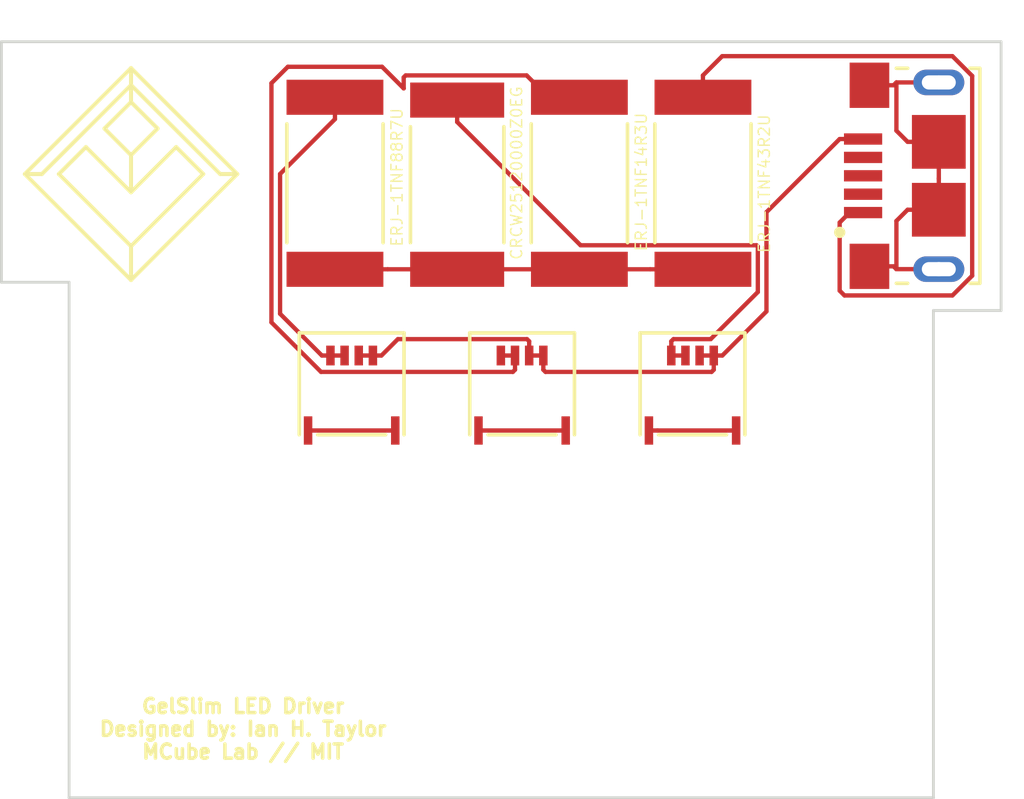
<source format=kicad_pcb>
(kicad_pcb (version 20171130) (host pcbnew "(5.1.5)-3")

  (general
    (thickness 1.6)
    (drawings 30)
    (tracks 85)
    (zones 0)
    (modules 8)
    (nets 14)
  )

  (page A4)
  (layers
    (0 Top signal)
    (31 Bottom signal)
    (34 B.Paste user)
    (35 F.Paste user)
    (36 B.SilkS user)
    (37 F.SilkS user)
    (38 B.Mask user)
    (39 F.Mask user)
    (40 Dwgs.User user)
    (41 Cmts.User user)
    (42 Eco1.User user)
    (43 Eco2.User user)
    (44 Edge.Cuts user)
    (45 Margin user)
    (46 B.CrtYd user)
    (47 F.CrtYd user)
  )

  (setup
    (last_trace_width 0.1524)
    (trace_clearance 0.1524)
    (zone_clearance 0.508)
    (zone_45_only no)
    (trace_min 0.1524)
    (via_size 0.508)
    (via_drill 0.254)
    (via_min_size 0.508)
    (via_min_drill 0.254)
    (uvia_size 0.508)
    (uvia_drill 0.254)
    (uvias_allowed no)
    (uvia_min_size 0.2)
    (uvia_min_drill 0.1)
    (edge_width 0.15)
    (segment_width 0.2)
    (pcb_text_width 0.3)
    (pcb_text_size 1.5 1.5)
    (mod_edge_width 0.15)
    (mod_text_size 1 1)
    (mod_text_width 0.15)
    (pad_size 0.3 1.3)
    (pad_drill 0)
    (pad_to_mask_clearance 0.0508)
    (aux_axis_origin 0 0)
    (visible_elements 7FFFFFFF)
    (pcbplotparams
      (layerselection 0x010fc_ffffffff)
      (usegerberextensions true)
      (usegerberattributes false)
      (usegerberadvancedattributes false)
      (creategerberjobfile false)
      (excludeedgelayer true)
      (linewidth 0.100000)
      (plotframeref false)
      (viasonmask false)
      (mode 1)
      (useauxorigin false)
      (hpglpennumber 1)
      (hpglpenspeed 20)
      (hpglpendiameter 15.000000)
      (psnegative false)
      (psa4output false)
      (plotreference true)
      (plotvalue true)
      (plotinvisibletext false)
      (padsonsilk false)
      (subtractmaskfromsilk false)
      (outputformat 1)
      (mirror false)
      (drillshape 0)
      (scaleselection 1)
      (outputdirectory ""))
  )

  (net 0 "")
  (net 1 "Net-(R1-Pad2)")
  (net 2 "Net-(J3-Pad2)")
  (net 3 "Net-(J3-Pad1)")
  (net 4 "Net-(J3-Pad4)")
  (net 5 "Net-(J3-Pad3)")
  (net 6 "Net-(J3-Pad5)")
  (net 7 "Net-(J4-Pad1)")
  (net 8 "Net-(J5-Pad1)")
  (net 9 "Net-(J6-Pad1)")
  (net 10 "Net-(J4-PadS1)")
  (net 11 "Net-(J5-PadS1)")
  (net 12 "Net-(J6-PadS1)")
  (net 13 "Net-(J3-PadS1)")

  (net_class Default "This is the default net class."
    (clearance 0.1524)
    (trace_width 0.1524)
    (via_dia 0.508)
    (via_drill 0.254)
    (uvia_dia 0.508)
    (uvia_drill 0.254)
    (diff_pair_width 0.1524)
    (diff_pair_gap 0.1524)
    (add_net "Net-(J3-Pad1)")
    (add_net "Net-(J3-Pad2)")
    (add_net "Net-(J3-Pad3)")
    (add_net "Net-(J3-Pad4)")
    (add_net "Net-(J3-Pad5)")
    (add_net "Net-(J3-PadS1)")
    (add_net "Net-(J4-Pad1)")
    (add_net "Net-(J4-PadS1)")
    (add_net "Net-(J5-Pad1)")
    (add_net "Net-(J5-PadS1)")
    (add_net "Net-(J6-Pad1)")
    (add_net "Net-(J6-PadS1)")
    (add_net "Net-(R1-Pad2)")
  )

  (module 503480-0400:MOLEX_503480-0400 (layer Top) (tedit 5E175117) (tstamp 5E165E48)
    (at 144.7165 92.4306)
    (path /5E14C5F8)
    (fp_text reference " " (at -0.636298 -3.315553) (layer F.SilkS)
      (effects (font (size 0.48098 0.48098) (thickness 0.015)))
    )
    (fp_text value RED (at 3.026315 2.536325) (layer F.Fab)
      (effects (font (size 0.480591 0.480591) (thickness 0.015)))
    )
    (fp_line (start 1.15 2.025) (end 2.1 2.025) (layer F.CrtYd) (width 0.05))
    (fp_line (start 1.15 1.725) (end 1.15 2.025) (layer F.CrtYd) (width 0.05))
    (fp_line (start -1.15 1.725) (end 1.15 1.725) (layer F.CrtYd) (width 0.05))
    (fp_line (start -1.15 2.025) (end -1.15 1.725) (layer F.CrtYd) (width 0.05))
    (fp_line (start -2.1 2.025) (end -1.15 2.025) (layer F.CrtYd) (width 0.05))
    (fp_line (start 2.1 -2.375) (end -2.1 -2.375) (layer F.CrtYd) (width 0.05))
    (fp_line (start 2.1 2.025) (end 2.1 -2.375) (layer F.CrtYd) (width 0.05))
    (fp_line (start -2.1 -2.375) (end -2.1 2.025) (layer F.CrtYd) (width 0.05))
    (fp_line (start -1.2 1.475) (end 1.2 1.475) (layer F.SilkS) (width 0.127))
    (fp_line (start 1.85 -2.125) (end 1.85 1.475) (layer F.SilkS) (width 0.127))
    (fp_line (start -1.85 -2.125) (end 1.85 -2.125) (layer F.SilkS) (width 0.127))
    (fp_line (start -1.85 1.475) (end -1.85 -2.125) (layer F.SilkS) (width 0.127))
    (fp_line (start 1.85 -2.125) (end -1.85 -2.125) (layer F.Fab) (width 0.127))
    (fp_line (start 1.85 1.475) (end 1.85 -2.125) (layer F.Fab) (width 0.127))
    (fp_line (start -1.85 1.475) (end 1.85 1.475) (layer F.Fab) (width 0.127))
    (fp_line (start -1.85 -2.125) (end -1.85 1.475) (layer F.Fab) (width 0.127))
    (pad S2 smd rect (at 1.54 1.325) (size 0.3 1) (layers Top F.Paste F.Mask)
      (net 10 "Net-(J4-PadS1)"))
    (pad S1 smd rect (at -1.54 1.325) (size 0.3 1) (layers Top F.Paste F.Mask)
      (net 10 "Net-(J4-PadS1)"))
    (pad 4 smd rect (at 0.75 -1.325) (size 0.3 0.7) (layers Top F.Paste F.Mask)
      (net 6 "Net-(J3-Pad5)"))
    (pad 3 smd rect (at 0.25 -1.325) (size 0.3 0.7) (layers Top F.Paste F.Mask)
      (net 6 "Net-(J3-Pad5)"))
    (pad 2 smd rect (at -0.25 -1.325) (size 0.3 0.7) (layers Top F.Paste F.Mask)
      (net 7 "Net-(J4-Pad1)"))
    (pad 1 smd rect (at -0.75 -1.325) (size 0.3 0.7) (layers Top F.Paste F.Mask)
      (net 7 "Net-(J4-Pad1)"))
  )

  (module 503480-0400:MOLEX_503480-0400 (layer Top) (tedit 5E175141) (tstamp 5E165E7E)
    (at 150.7363 92.4306)
    (path /5E14F1ED)
    (fp_text reference " " (at -0.636298 -3.315553) (layer F.SilkS)
      (effects (font (size 0.48098 0.48098) (thickness 0.015)))
    )
    (fp_text value GREEN (at 3.026315 2.536325) (layer F.Fab)
      (effects (font (size 0.480591 0.480591) (thickness 0.015)))
    )
    (fp_line (start 1.15 2.025) (end 2.1 2.025) (layer F.CrtYd) (width 0.05))
    (fp_line (start 1.15 1.725) (end 1.15 2.025) (layer F.CrtYd) (width 0.05))
    (fp_line (start -1.15 1.725) (end 1.15 1.725) (layer F.CrtYd) (width 0.05))
    (fp_line (start -1.15 2.025) (end -1.15 1.725) (layer F.CrtYd) (width 0.05))
    (fp_line (start -2.1 2.025) (end -1.15 2.025) (layer F.CrtYd) (width 0.05))
    (fp_line (start 2.1 -2.375) (end -2.1 -2.375) (layer F.CrtYd) (width 0.05))
    (fp_line (start 2.1 2.025) (end 2.1 -2.375) (layer F.CrtYd) (width 0.05))
    (fp_line (start -2.1 -2.375) (end -2.1 2.025) (layer F.CrtYd) (width 0.05))
    (fp_line (start -1.2 1.475) (end 1.2 1.475) (layer F.SilkS) (width 0.127))
    (fp_line (start 1.85 -2.125) (end 1.85 1.475) (layer F.SilkS) (width 0.127))
    (fp_line (start -1.85 -2.125) (end 1.85 -2.125) (layer F.SilkS) (width 0.127))
    (fp_line (start -1.85 1.475) (end -1.85 -2.125) (layer F.SilkS) (width 0.127))
    (fp_line (start 1.85 -2.125) (end -1.85 -2.125) (layer F.Fab) (width 0.127))
    (fp_line (start 1.85 1.475) (end 1.85 -2.125) (layer F.Fab) (width 0.127))
    (fp_line (start -1.85 1.475) (end 1.85 1.475) (layer F.Fab) (width 0.127))
    (fp_line (start -1.85 -2.125) (end -1.85 1.475) (layer F.Fab) (width 0.127))
    (pad S2 smd rect (at 1.54 1.325) (size 0.3 1) (layers Top F.Paste F.Mask)
      (net 12 "Net-(J6-PadS1)"))
    (pad S1 smd rect (at -1.54 1.325) (size 0.3 1) (layers Top F.Paste F.Mask)
      (net 12 "Net-(J6-PadS1)"))
    (pad 4 smd rect (at 0.75 -1.325) (size 0.3 0.7) (layers Top F.Paste F.Mask)
      (net 6 "Net-(J3-Pad5)"))
    (pad 3 smd rect (at 0.25 -1.325) (size 0.3 0.7) (layers Top F.Paste F.Mask)
      (net 6 "Net-(J3-Pad5)"))
    (pad 2 smd rect (at -0.25 -1.325) (size 0.3 0.7) (layers Top F.Paste F.Mask)
      (net 9 "Net-(J6-Pad1)"))
    (pad 1 smd rect (at -0.75 -1.325) (size 0.3 0.7) (layers Top F.Paste F.Mask)
      (net 9 "Net-(J6-Pad1)"))
  )

  (module 503480-0400:MOLEX_503480-0400 (layer Top) (tedit 5E175132) (tstamp 5E165E63)
    (at 156.7561 92.4306)
    (path /5E14FBE8)
    (fp_text reference " " (at -0.636298 -3.315553) (layer F.SilkS)
      (effects (font (size 0.48098 0.48098) (thickness 0.015)))
    )
    (fp_text value BLUE (at 3.026315 2.536325) (layer F.Fab)
      (effects (font (size 0.480591 0.480591) (thickness 0.015)))
    )
    (fp_line (start 1.15 2.025) (end 2.1 2.025) (layer F.CrtYd) (width 0.05))
    (fp_line (start 1.15 1.725) (end 1.15 2.025) (layer F.CrtYd) (width 0.05))
    (fp_line (start -1.15 1.725) (end 1.15 1.725) (layer F.CrtYd) (width 0.05))
    (fp_line (start -1.15 2.025) (end -1.15 1.725) (layer F.CrtYd) (width 0.05))
    (fp_line (start -2.1 2.025) (end -1.15 2.025) (layer F.CrtYd) (width 0.05))
    (fp_line (start 2.1 -2.375) (end -2.1 -2.375) (layer F.CrtYd) (width 0.05))
    (fp_line (start 2.1 2.025) (end 2.1 -2.375) (layer F.CrtYd) (width 0.05))
    (fp_line (start -2.1 -2.375) (end -2.1 2.025) (layer F.CrtYd) (width 0.05))
    (fp_line (start -1.2 1.475) (end 1.2 1.475) (layer F.SilkS) (width 0.127))
    (fp_line (start 1.85 -2.125) (end 1.85 1.475) (layer F.SilkS) (width 0.127))
    (fp_line (start -1.85 -2.125) (end 1.85 -2.125) (layer F.SilkS) (width 0.127))
    (fp_line (start -1.85 1.475) (end -1.85 -2.125) (layer F.SilkS) (width 0.127))
    (fp_line (start 1.85 -2.125) (end -1.85 -2.125) (layer F.Fab) (width 0.127))
    (fp_line (start 1.85 1.475) (end 1.85 -2.125) (layer F.Fab) (width 0.127))
    (fp_line (start -1.85 1.475) (end 1.85 1.475) (layer F.Fab) (width 0.127))
    (fp_line (start -1.85 -2.125) (end -1.85 1.475) (layer F.Fab) (width 0.127))
    (pad S2 smd rect (at 1.54 1.325) (size 0.3 1) (layers Top F.Paste F.Mask)
      (net 11 "Net-(J5-PadS1)"))
    (pad S1 smd rect (at -1.54 1.325) (size 0.3 1) (layers Top F.Paste F.Mask)
      (net 11 "Net-(J5-PadS1)"))
    (pad 4 smd rect (at 0.75 -1.325) (size 0.3 0.7) (layers Top F.Paste F.Mask)
      (net 6 "Net-(J3-Pad5)"))
    (pad 3 smd rect (at 0.25 -1.325) (size 0.3 0.7) (layers Top F.Paste F.Mask)
      (net 6 "Net-(J3-Pad5)"))
    (pad 2 smd rect (at -0.25 -1.325) (size 0.3 0.7) (layers Top F.Paste F.Mask)
      (net 8 "Net-(J5-Pad1)"))
    (pad 1 smd rect (at -0.75 -1.325) (size 0.3 0.7) (layers Top F.Paste F.Mask)
      (net 8 "Net-(J5-Pad1)"))
  )

  (module FCI_10118193-0001LF locked (layer Top) (tedit 5E163EAA) (tstamp 5E165E2D)
    (at 165.4556 84.7536 90)
    (path /5E16909D)
    (fp_text reference " " (at -0.67941 -4.48892 90) (layer F.SilkS)
      (effects (font (size 1 1) (thickness 0.015)))
    )
    (fp_text value 10118193-0001LF (at 8.17892 3.76872 90) (layer F.Fab)
      (effects (font (size 1 1) (thickness 0.015)))
    )
    (fp_line (start -4.2 -3.6) (end -4.2 3) (layer F.CrtYd) (width 0.05))
    (fp_line (start -4.2 3) (end 4.2 3) (layer F.CrtYd) (width 0.05))
    (fp_line (start 4.2 3) (end 4.2 -3.6) (layer F.CrtYd) (width 0.05))
    (fp_line (start 4.2 -3.6) (end -4.2 -3.6) (layer F.CrtYd) (width 0.05))
    (fp_circle (center -2 -3.5) (end -1.9 -3.5) (layer F.SilkS) (width 0.2))
    (fp_line (start -3.8 1.45) (end 3.8 1.45) (layer F.SilkS) (width 0.127))
    (fp_line (start -3.8 -2.9) (end 3.8 -2.9) (layer F.Fab) (width 0.127))
    (fp_line (start 3.8 -2.9) (end 3.8 1.45) (layer F.Fab) (width 0.127))
    (fp_line (start 3.8 1.45) (end 3.8 2.15) (layer F.Fab) (width 0.127))
    (fp_line (start 3.8 2.15) (end -3.8 2.15) (layer F.Fab) (width 0.127))
    (fp_line (start -3.8 2.15) (end -3.8 2.1) (layer F.Fab) (width 0.127))
    (fp_line (start -3.8 2.1) (end -3.8 -2.9) (layer F.Fab) (width 0.127))
    (fp_arc (start -4.065 2.235) (end -3.93 2.5) (angle -90) (layer F.Fab) (width 0.127))
    (fp_line (start -3.93 2.5) (end -3.75 2.75) (layer F.Fab) (width 0.127))
    (fp_arc (start -3.85 2.3) (end -3.4 2.2) (angle 90) (layer F.Fab) (width 0.127))
    (fp_line (start -3.2 2.2) (end -3.2 2.75) (layer F.Fab) (width 0.127))
    (fp_line (start -3.2 2.75) (end 3.2 2.75) (layer F.Fab) (width 0.127))
    (fp_line (start 3.2 2.75) (end 3.2 2.2) (layer F.Fab) (width 0.127))
    (fp_arc (start 4.065 2.235) (end 3.93 2.5) (angle 90) (layer F.Fab) (width 0.127))
    (fp_line (start 3.93 2.5) (end 3.75 2.8) (layer F.Fab) (width 0.127))
    (fp_arc (start 3.875 2.325) (end 3.4 2.2) (angle -90) (layer F.Fab) (width 0.127))
    (fp_line (start -3.8 -1.5) (end -3.8 -1.1) (layer F.SilkS) (width 0.127))
    (fp_line (start 3.8 -1.1) (end 3.8 -1.5) (layer F.SilkS) (width 0.127))
    (fp_line (start -3.8 1.1) (end -3.8 1.4) (layer F.SilkS) (width 0.127))
    (fp_line (start 3.8 1.1) (end 3.8 1.4) (layer F.SilkS) (width 0.127))
    (fp_line (start 3.8 1.45) (end 6.15 1.45) (layer F.Fab) (width 0.127))
    (fp_text user PCB~END (at 4.75 1.3 90) (layer F.Fab)
      (effects (font (size 0.32 0.32) (thickness 0.015)))
    )
    (pad 1 smd rect (at -1.3 -2.675 90) (size 0.4 1.35) (layers Top F.Paste F.Mask)
      (net 3 "Net-(J3-Pad1)"))
    (pad 2 smd rect (at -0.65 -2.675 90) (size 0.4 1.35) (layers Top F.Paste F.Mask)
      (net 2 "Net-(J3-Pad2)"))
    (pad 3 smd rect (at 0 -2.675 90) (size 0.4 1.35) (layers Top F.Paste F.Mask)
      (net 5 "Net-(J3-Pad3)"))
    (pad 4 smd rect (at 0.65 -2.675 90) (size 0.4 1.35) (layers Top F.Paste F.Mask)
      (net 4 "Net-(J3-Pad4)"))
    (pad 5 smd rect (at 1.3 -2.675 90) (size 0.4 1.35) (layers Top F.Paste F.Mask)
      (net 6 "Net-(J3-Pad5)"))
    (pad S1 smd rect (at -3.2 -2.45 90) (size 1.6 1.4) (layers Top F.Paste F.Mask)
      (net 13 "Net-(J3-PadS1)"))
    (pad S2 smd rect (at 3.2 -2.45 90) (size 1.6 1.4) (layers Top F.Paste F.Mask)
      (net 13 "Net-(J3-PadS1)"))
    (pad S4 smd rect (at -1.2 0 90) (size 1.9 1.9) (layers Top F.Paste F.Mask)
      (net 13 "Net-(J3-PadS1)"))
    (pad S3 smd rect (at 1.2 0 90) (size 1.9 1.9) (layers Top F.Paste F.Mask)
      (net 13 "Net-(J3-PadS1)"))
    (pad None np_thru_hole circle (at -3.3 0 90) (size 0.5 0.5) (drill 0.5) (layers *.Cu *.Mask))
    (pad None np_thru_hole circle (at 3.3 0 90) (size 0.5 0.5) (drill 0.5) (layers *.Cu *.Mask))
    (pad S5 thru_hole oval (at -3.3 0 90) (size 0.9 1.8) (drill oval 0.5 1.2) (layers *.Cu *.Mask)
      (net 13 "Net-(J3-PadS1)"))
    (pad S6 thru_hole oval (at 3.3 0 90) (size 0.9 1.8) (drill oval 0.5 1.2) (layers *.Cu *.Mask)
      (net 13 "Net-(J3-PadS1)"))
  )

  (module ERJ-1TNF43R2U:RESC6432X70N (layer Top) (tedit 0) (tstamp 5E165E8E)
    (at 157.1244 85.0178 270)
    (path /5DF1B8F9)
    (attr smd)
    (fp_text reference " " (at -2.91 -2.3 90) (layer F.SilkS)
      (effects (font (size 0.393701 0.393701) (thickness 0.05)))
    )
    (fp_text value ERJ-1TNF43R2U (at 0.01378 -2.16662 90) (layer F.SilkS)
      (effects (font (size 0.393701 0.393701) (thickness 0.05)))
    )
    (fp_line (start 3.3 1.7) (end -3.3 1.7) (layer Eco2.User) (width 0.127))
    (fp_line (start 3.3 -1.7) (end -3.3 -1.7) (layer Eco2.User) (width 0.127))
    (fp_line (start 3.3 1.7) (end 3.3 -1.7) (layer Eco2.User) (width 0.127))
    (fp_line (start -3.3 1.7) (end -3.3 -1.7) (layer Eco2.User) (width 0.127))
    (fp_line (start -2.1 -1.7) (end 2.1 -1.7) (layer F.SilkS) (width 0.127))
    (fp_line (start -2.1 1.7) (end 2.1 1.7) (layer F.SilkS) (width 0.127))
    (fp_line (start -3.908 1.958) (end 3.908 1.958) (layer Eco1.User) (width 0.05))
    (fp_line (start -3.908 -1.958) (end 3.908 -1.958) (layer Eco1.User) (width 0.05))
    (fp_line (start -3.908 1.958) (end -3.908 -1.958) (layer Eco1.User) (width 0.05))
    (fp_line (start 3.908 1.958) (end 3.908 -1.958) (layer Eco1.User) (width 0.05))
    (pad 1 smd rect (at -3.04 0 270) (size 1.24 3.42) (layers Top F.Paste F.Mask)
      (net 3 "Net-(J3-Pad1)"))
    (pad 2 smd rect (at 3.04 0 270) (size 1.24 3.42) (layers Top F.Paste F.Mask)
      (net 1 "Net-(R1-Pad2)"))
  )

  (module ERJ-1TNF88R7U:RESC6432X70N (layer Top) (tedit 0) (tstamp 5E165E9E)
    (at 144.126375 85.0178 90)
    (path /5DF1CE3B)
    (attr smd)
    (fp_text reference " " (at -2.91 -2.3 90) (layer F.SilkS)
      (effects (font (size 0.393701 0.393701) (thickness 0.05)))
    )
    (fp_text value "ERJ-1TNF88R7U " (at 0.36214 2.190325 90) (layer F.SilkS)
      (effects (font (size 0.393701 0.393701) (thickness 0.05)))
    )
    (fp_line (start 3.3 1.7) (end -3.3 1.7) (layer Eco2.User) (width 0.127))
    (fp_line (start 3.3 -1.7) (end -3.3 -1.7) (layer Eco2.User) (width 0.127))
    (fp_line (start 3.3 1.7) (end 3.3 -1.7) (layer Eco2.User) (width 0.127))
    (fp_line (start -3.3 1.7) (end -3.3 -1.7) (layer Eco2.User) (width 0.127))
    (fp_line (start -2.1 -1.7) (end 2.1 -1.7) (layer F.SilkS) (width 0.127))
    (fp_line (start -2.1 1.7) (end 2.1 1.7) (layer F.SilkS) (width 0.127))
    (fp_line (start -3.908 1.958) (end 3.908 1.958) (layer Eco1.User) (width 0.05))
    (fp_line (start -3.908 -1.958) (end 3.908 -1.958) (layer Eco1.User) (width 0.05))
    (fp_line (start -3.908 1.958) (end -3.908 -1.958) (layer Eco1.User) (width 0.05))
    (fp_line (start 3.908 1.958) (end 3.908 -1.958) (layer Eco1.User) (width 0.05))
    (pad 1 smd rect (at -3.04 0 90) (size 1.24 3.42) (layers Top F.Paste F.Mask)
      (net 1 "Net-(R1-Pad2)"))
    (pad 2 smd rect (at 3.04 0 90) (size 1.24 3.42) (layers Top F.Paste F.Mask)
      (net 7 "Net-(J4-Pad1)"))
  )

  (module CRCW25120000Z0EG:RESC6331X70N (layer Top) (tedit 0) (tstamp 5E165EAE)
    (at 148.44305 85.0678 90)
    (path /5DF1D2B3)
    (attr smd)
    (fp_text reference " " (at -2.86 -2.25 90) (layer F.SilkS)
      (effects (font (size 0.393701 0.393701) (thickness 0.05)))
    )
    (fp_text value CRCW25120000Z0EG (at 0.41214 2.09767 90) (layer F.SilkS)
      (effects (font (size 0.393701 0.393701) (thickness 0.05)))
    )
    (fp_line (start 3.25 1.65) (end -3.25 1.65) (layer Eco2.User) (width 0.127))
    (fp_line (start 3.25 -1.65) (end -3.25 -1.65) (layer Eco2.User) (width 0.127))
    (fp_line (start 3.25 1.65) (end 3.25 -1.65) (layer Eco2.User) (width 0.127))
    (fp_line (start -3.25 1.65) (end -3.25 -1.65) (layer Eco2.User) (width 0.127))
    (fp_line (start -2.05 -1.65) (end 2.05 -1.65) (layer F.SilkS) (width 0.127))
    (fp_line (start -2.05 1.65) (end 2.05 1.65) (layer F.SilkS) (width 0.127))
    (fp_line (start -3.858 1.91) (end 3.858 1.91) (layer Eco1.User) (width 0.05))
    (fp_line (start -3.858 -1.91) (end 3.858 -1.91) (layer Eco1.User) (width 0.05))
    (fp_line (start -3.858 1.91) (end -3.858 -1.91) (layer Eco1.User) (width 0.05))
    (fp_line (start 3.858 1.91) (end 3.858 -1.91) (layer Eco1.User) (width 0.05))
    (pad 1 smd rect (at -2.99 0 90) (size 1.24 3.32) (layers Top F.Paste F.Mask)
      (net 1 "Net-(R1-Pad2)"))
    (pad 2 smd rect (at 2.99 0 90) (size 1.24 3.32) (layers Top F.Paste F.Mask)
      (net 8 "Net-(J5-Pad1)"))
  )

  (module ERJ-1TNF14R3U:RESC6432X70N (layer Top) (tedit 0) (tstamp 5E165EBE)
    (at 152.759725 85.0178 90)
    (path /5DF1C937)
    (attr smd)
    (fp_text reference " " (at -0.0341 -0.032065 90) (layer F.SilkS)
      (effects (font (size 0.393701 0.393701) (thickness 0.05)))
    )
    (fp_text value ERJ-1TNF14R3U (at 0.04464 2.185355 90) (layer F.SilkS)
      (effects (font (size 0.393701 0.393701) (thickness 0.05)))
    )
    (fp_line (start 3.3 1.7) (end -3.3 1.7) (layer Eco2.User) (width 0.127))
    (fp_line (start 3.3 -1.7) (end -3.3 -1.7) (layer Eco2.User) (width 0.127))
    (fp_line (start 3.3 1.7) (end 3.3 -1.7) (layer Eco2.User) (width 0.127))
    (fp_line (start -3.3 1.7) (end -3.3 -1.7) (layer Eco2.User) (width 0.127))
    (fp_line (start -2.1 -1.7) (end 2.1 -1.7) (layer F.SilkS) (width 0.127))
    (fp_line (start -2.1 1.7) (end 2.1 1.7) (layer F.SilkS) (width 0.127))
    (fp_line (start -3.908 1.958) (end 3.908 1.958) (layer Eco1.User) (width 0.05))
    (fp_line (start -3.908 -1.958) (end 3.908 -1.958) (layer Eco1.User) (width 0.05))
    (fp_line (start -3.908 1.958) (end -3.908 -1.958) (layer Eco1.User) (width 0.05))
    (fp_line (start 3.908 1.958) (end 3.908 -1.958) (layer Eco1.User) (width 0.05))
    (pad 1 smd rect (at -3.04 0 90) (size 1.24 3.42) (layers Top F.Paste F.Mask)
      (net 1 "Net-(R1-Pad2)"))
    (pad 2 smd rect (at 3.04 0 90) (size 1.24 3.42) (layers Top F.Paste F.Mask)
      (net 9 "Net-(J6-Pad1)"))
  )

  (gr_line (start 134.735 106.735) (end 165.265 106.735) (layer Edge.Cuts) (width 0.1))
  (gr_line (start 165.265 106.735) (end 165.265 89.514996) (layer Edge.Cuts) (width 0.1))
  (gr_line (start 165.265 89.514996) (end 167.655 89.514996) (layer Edge.Cuts) (width 0.1))
  (gr_line (start 167.655 89.514996) (end 167.655 80.015) (layer Edge.Cuts) (width 0.1))
  (gr_line (start 167.655 80.014999) (end 132.345046 80.015) (layer Edge.Cuts) (width 0.1))
  (gr_line (start 132.345046 80.015) (end 132.345046 88.514999) (layer Edge.Cuts) (width 0.1))
  (gr_line (start 132.345046 88.514999) (end 134.735 88.514999) (layer Edge.Cuts) (width 0.1))
  (gr_line (start 134.735 88.514999) (end 134.735 106.735) (layer Edge.Cuts) (width 0.1))
  (gr_text "GelSlim LED Driver\nDesigned by: Ian H. Taylor\nMCube Lab // MIT" (at 140.8811 104.3051) (layer F.SilkS)
    (effects (font (size 0.5 0.5) (thickness 0.125)))
  )
  (gr_line (start 138.517525 83.73814) (end 139.47378 84.692112) (layer F.SilkS) (width 0.140625))
  (gr_line (start 136.923779 88.436024) (end 140.67378 84.692112) (layer F.SilkS) (width 0.140625))
  (gr_line (start 136.923779 81.5482) (end 133.77378 84.692112) (layer F.SilkS) (width 0.140625))
  (gr_line (start 136.92378 82.1482) (end 135.986068 83.083673) (layer F.SilkS) (width 0.140625))
  (gr_line (start 136.92378 87.242112) (end 136.92378 88.436024) (layer F.SilkS) (width 0.140625))
  (gr_line (start 136.92378 80.9482) (end 136.92378 82.1482) (layer F.SilkS) (width 0.140625))
  (gr_line (start 136.923779 81.5482) (end 140.073779 84.692112) (layer F.SilkS) (width 0.140625))
  (gr_line (start 136.923779 80.9482) (end 133.17378 84.692112) (layer F.SilkS) (width 0.140625))
  (gr_line (start 140.67378 84.692112) (end 140.073779 84.692112) (layer F.SilkS) (width 0.140625))
  (gr_line (start 136.92378 87.242112) (end 139.47378 84.692112) (layer F.SilkS) (width 0.140625))
  (gr_line (start 135.330034 83.73814) (end 134.373779 84.692112) (layer F.SilkS) (width 0.140625))
  (gr_line (start 136.923779 85.3357) (end 138.517525 83.73814) (layer F.SilkS) (width 0.140625))
  (gr_line (start 136.92378 85.3357) (end 135.330034 83.73814) (layer F.SilkS) (width 0.140625))
  (gr_line (start 134.37378 84.692112) (end 136.92378 87.242112) (layer F.SilkS) (width 0.140625))
  (gr_line (start 136.92378 84.0232) (end 136.92378 85.3357) (layer F.SilkS) (width 0.140625))
  (gr_line (start 136.92378 82.1482) (end 137.861277 83.083459) (layer F.SilkS) (width 0.140625))
  (gr_line (start 136.923779 88.436024) (end 133.17378 84.692112) (layer F.SilkS) (width 0.140625))
  (gr_line (start 133.77378 84.692112) (end 133.17378 84.692112) (layer F.SilkS) (width 0.140625))
  (gr_line (start 136.92378 84.0232) (end 135.986068 83.083673) (layer F.SilkS) (width 0.140625))
  (gr_line (start 136.923779 80.9482) (end 140.67378 84.692112) (layer F.SilkS) (width 0.140625))
  (gr_line (start 136.92378 84.0232) (end 137.861277 83.083459) (layer F.SilkS) (width 0.140625))

  (segment (start 145.988775 88.0578) (end 148.44305 88.0578) (width 0.1524) (layer Top) (net 1))
  (segment (start 144.126375 88.0578) (end 145.988775 88.0578) (width 0.1524) (layer Top) (net 1))
  (segment (start 152.759725 88.0578) (end 148.44305 88.0578) (width 0.1524) (layer Top) (net 1))
  (segment (start 155.262 88.0578) (end 152.759725 88.0578) (width 0.1524) (layer Top) (net 1))
  (segment (start 157.1244 88.0578) (end 155.262 88.0578) (width 0.1524) (layer Top) (net 1))
  (segment (start 162.3056 86.0536) (end 162.7806 86.0536) (width 0.1524) (layer Top) (net 3))
  (segment (start 162.122719 88.982201) (end 161.9532 88.812682) (width 0.1524) (layer Top) (net 3))
  (segment (start 161.9532 86.406) (end 162.3056 86.0536) (width 0.1524) (layer Top) (net 3))
  (segment (start 165.936698 88.982201) (end 162.122719 88.982201) (width 0.1524) (layer Top) (net 3))
  (segment (start 166.634201 88.284698) (end 165.936698 88.982201) (width 0.1524) (layer Top) (net 3))
  (segment (start 161.9532 88.812682) (end 161.9532 86.406) (width 0.1524) (layer Top) (net 3))
  (segment (start 165.936698 80.524999) (end 166.634201 81.222502) (width 0.1524) (layer Top) (net 3))
  (segment (start 166.634201 81.222502) (end 166.634201 88.284698) (width 0.1524) (layer Top) (net 3))
  (segment (start 157.804801 80.524999) (end 165.936698 80.524999) (width 0.1524) (layer Top) (net 3))
  (segment (start 157.1244 81.2054) (end 157.804801 80.524999) (width 0.1524) (layer Top) (net 3))
  (segment (start 157.1244 81.9778) (end 157.1244 81.2054) (width 0.1524) (layer Top) (net 3))
  (segment (start 157.5061 91.1056) (end 157.0061 91.1056) (width 0.1524) (layer Top) (net 6))
  (segment (start 151.4863 91.1056) (end 150.9863 91.1056) (width 0.1524) (layer Top) (net 6))
  (segment (start 145.4665 91.1056) (end 144.9665 91.1056) (width 0.1524) (layer Top) (net 6))
  (segment (start 151.4863 91.608) (end 151.4863 91.1056) (width 0.1524) (layer Top) (net 6))
  (segment (start 151.562501 91.684201) (end 151.4863 91.608) (width 0.1524) (layer Top) (net 6))
  (segment (start 157.5061 91.608) (end 157.429899 91.684201) (width 0.1524) (layer Top) (net 6))
  (segment (start 157.429899 91.684201) (end 151.562501 91.684201) (width 0.1524) (layer Top) (net 6))
  (segment (start 157.5061 91.1056) (end 157.5061 91.608) (width 0.1524) (layer Top) (net 6))
  (segment (start 159.36781 89.54629) (end 157.8085 91.1056) (width 0.1524) (layer Top) (net 6))
  (segment (start 157.8085 91.1056) (end 157.5061 91.1056) (width 0.1524) (layer Top) (net 6))
  (segment (start 159.36781 86.03899) (end 159.36781 89.54629) (width 0.1524) (layer Top) (net 6))
  (segment (start 161.9532 83.4536) (end 159.36781 86.03899) (width 0.1524) (layer Top) (net 6))
  (segment (start 162.7806 83.4536) (end 161.9532 83.4536) (width 0.1524) (layer Top) (net 6))
  (segment (start 150.9863 90.6032) (end 150.9863 91.1056) (width 0.1524) (layer Top) (net 6))
  (segment (start 146.347501 90.526999) (end 150.910099 90.526999) (width 0.1524) (layer Top) (net 6))
  (segment (start 145.7689 91.1056) (end 146.347501 90.526999) (width 0.1524) (layer Top) (net 6))
  (segment (start 150.910099 90.526999) (end 150.9863 90.6032) (width 0.1524) (layer Top) (net 6))
  (segment (start 145.4665 91.1056) (end 145.7689 91.1056) (width 0.1524) (layer Top) (net 6))
  (segment (start 144.4665 91.1056) (end 143.8571 91.1056) (width 0.1524) (layer Top) (net 7))
  (segment (start 142.187774 89.629274) (end 143.6641 91.1056) (width 0.1524) (layer Top) (net 7))
  (segment (start 142.187774 84.688801) (end 142.187774 89.629274) (width 0.1524) (layer Top) (net 7))
  (segment (start 144.126375 82.7502) (end 142.187774 84.688801) (width 0.1524) (layer Top) (net 7))
  (segment (start 143.6641 91.1056) (end 143.9665 91.1056) (width 0.1524) (layer Top) (net 7))
  (segment (start 144.126375 81.9778) (end 144.126375 82.7502) (width 0.1524) (layer Top) (net 7))
  (segment (start 148.44305 82.0778) (end 149.48305 82.0778) (width 0.1524) (layer Top) (net 8))
  (segment (start 156.5061 91.1056) (end 156.0061 91.1056) (width 0.1524) (layer Top) (net 8))
  (segment (start 156.0061 90.6032) (end 156.0061 91.1056) (width 0.1524) (layer Top) (net 8))
  (segment (start 156.082301 90.526999) (end 156.0061 90.6032) (width 0.1524) (layer Top) (net 8))
  (segment (start 159.063001 88.860681) (end 157.396683 90.526999) (width 0.1524) (layer Top) (net 8))
  (segment (start 159.063001 87.254919) (end 159.063001 88.860681) (width 0.1524) (layer Top) (net 8))
  (segment (start 159.017281 87.209199) (end 159.063001 87.254919) (width 0.1524) (layer Top) (net 8))
  (segment (start 152.802049 87.209199) (end 159.017281 87.209199) (width 0.1524) (layer Top) (net 8))
  (segment (start 157.396683 90.526999) (end 156.082301 90.526999) (width 0.1524) (layer Top) (net 8))
  (segment (start 148.44305 82.8502) (end 152.802049 87.209199) (width 0.1524) (layer Top) (net 8))
  (segment (start 148.44305 82.0778) (end 148.44305 82.8502) (width 0.1524) (layer Top) (net 8))
  (segment (start 150.4863 91.1056) (end 149.9863 91.1056) (width 0.1524) (layer Top) (net 9))
  (segment (start 150.4863 91.608) (end 150.4863 91.1056) (width 0.1524) (layer Top) (net 9))
  (segment (start 150.410099 91.684201) (end 150.4863 91.608) (width 0.1524) (layer Top) (net 9))
  (segment (start 141.882965 89.933547) (end 143.633619 91.684201) (width 0.1524) (layer Top) (net 9))
  (segment (start 142.462103 80.90059) (end 141.882965 81.479728) (width 0.1524) (layer Top) (net 9))
  (segment (start 145.790647 80.90059) (end 142.462103 80.90059) (width 0.1524) (layer Top) (net 9))
  (segment (start 146.554449 81.664392) (end 145.790647 80.90059) (width 0.1524) (layer Top) (net 9))
  (segment (start 150.897325 81.2054) (end 146.623968 81.2054) (width 0.1524) (layer Top) (net 9))
  (segment (start 146.554449 81.274919) (end 146.554449 81.664392) (width 0.1524) (layer Top) (net 9))
  (segment (start 151.669725 81.9778) (end 150.897325 81.2054) (width 0.1524) (layer Top) (net 9))
  (segment (start 141.882965 81.479728) (end 141.882965 89.933547) (width 0.1524) (layer Top) (net 9))
  (segment (start 146.623968 81.2054) (end 146.554449 81.274919) (width 0.1524) (layer Top) (net 9))
  (segment (start 152.759725 81.9778) (end 151.669725 81.9778) (width 0.1524) (layer Top) (net 9))
  (segment (start 143.633619 91.684201) (end 150.410099 91.684201) (width 0.1524) (layer Top) (net 9))
  (segment (start 143.1765 93.7556) (end 146.2565 93.7556) (width 0.1524) (layer Top) (net 10))
  (segment (start 155.5185 93.7556) (end 158.2961 93.7556) (width 0.1524) (layer Top) (net 11))
  (segment (start 155.2161 93.7556) (end 155.5185 93.7556) (width 0.1524) (layer Top) (net 11))
  (segment (start 149.1963 93.7556) (end 152.2763 93.7556) (width 0.1524) (layer Top) (net 12))
  (segment (start 164.976343 88.0536) (end 164.976343 88.030496) (width 0.1524) (layer Top) (net 13))
  (segment (start 164.976343 81.4536) (end 164.976343 81.430418) (width 0.1524) (layer Top) (net 13))
  (segment (start 163.958 81.4536) (end 164.976343 81.4536) (width 0.1524) (layer Top) (net 13))
  (segment (start 163.0056 81.5536) (end 163.858 81.5536) (width 0.1524) (layer Top) (net 13))
  (segment (start 163.858 81.5536) (end 163.958 81.4536) (width 0.1524) (layer Top) (net 13))
  (segment (start 165.4556 84.8512) (end 165.4556 83.5536) (width 0.1524) (layer Top) (net 13))
  (segment (start 165.4556 85.9536) (end 165.4556 84.8512) (width 0.1524) (layer Top) (net 13))
  (segment (start 164.3532 83.5536) (end 165.4556 83.5536) (width 0.1524) (layer Top) (net 13))
  (segment (start 163.958 83.1584) (end 164.3532 83.5536) (width 0.1524) (layer Top) (net 13))
  (segment (start 163.958 81.4536) (end 163.958 83.1584) (width 0.1524) (layer Top) (net 13))
  (segment (start 164.3532 85.9536) (end 165.4556 85.9536) (width 0.1524) (layer Top) (net 13))
  (segment (start 163.958 86.3488) (end 164.3532 85.9536) (width 0.1524) (layer Top) (net 13))
  (segment (start 163.0056 87.9536) (end 163.858 87.9536) (width 0.1524) (layer Top) (net 13))
  (segment (start 163.958 88.0536) (end 163.958 86.3488) (width 0.1524) (layer Top) (net 13))
  (segment (start 163.858 87.9536) (end 163.958 88.0536) (width 0.1524) (layer Top) (net 13))
  (segment (start 163.958 88.0536) (end 164.976343 88.0536) (width 0.1524) (layer Top) (net 13))

)

</source>
